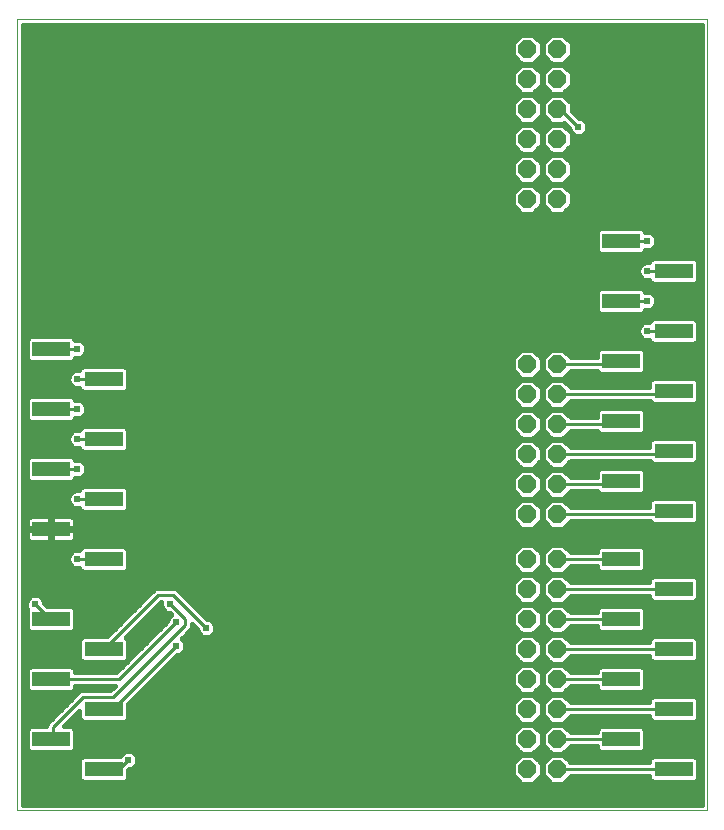
<source format=gtl>
G75*
%MOIN*%
%OFA0B0*%
%FSLAX24Y24*%
%IPPOS*%
%LPD*%
%AMOC8*
5,1,8,0,0,1.08239X$1,22.5*
%
%ADD10C,0.0000*%
%ADD11R,0.1250X0.0500*%
%ADD12OC8,0.0600*%
%ADD13C,0.0100*%
%ADD14C,0.0240*%
%ADD15C,0.0160*%
D10*
X000180Y000310D02*
X023176Y000310D01*
X023176Y026680D01*
X000180Y026680D01*
X000180Y000310D01*
D11*
X001305Y002680D03*
X001305Y004680D03*
X001305Y006680D03*
X003055Y005680D03*
X003055Y003680D03*
X003055Y001680D03*
X003055Y008680D03*
X003055Y010680D03*
X003055Y012680D03*
X003055Y014680D03*
X001305Y013680D03*
X001305Y011680D03*
X001305Y009680D03*
X001305Y015680D03*
X020305Y015280D03*
X020305Y013280D03*
X020305Y011280D03*
X022055Y010280D03*
X022055Y012280D03*
X022055Y014280D03*
X022055Y016280D03*
X022055Y018280D03*
X020305Y017280D03*
X020305Y019280D03*
X020305Y008680D03*
X020305Y006680D03*
X020305Y004680D03*
X020305Y002680D03*
X022055Y001680D03*
X022055Y003680D03*
X022055Y005680D03*
X022055Y007680D03*
D12*
X018180Y007680D03*
X018180Y006680D03*
X018180Y005680D03*
X018180Y004680D03*
X018180Y003680D03*
X018180Y002680D03*
X018180Y001680D03*
X017180Y001680D03*
X017180Y002680D03*
X017180Y003680D03*
X017180Y004680D03*
X017180Y005680D03*
X017180Y006680D03*
X017180Y007680D03*
X017180Y008680D03*
X018180Y008680D03*
X018180Y010180D03*
X018180Y011180D03*
X018180Y012180D03*
X018180Y013180D03*
X018180Y014180D03*
X018180Y015180D03*
X017180Y015180D03*
X017180Y014180D03*
X017180Y013180D03*
X017180Y012180D03*
X017180Y011180D03*
X017180Y010180D03*
X017180Y020680D03*
X017180Y021680D03*
X017180Y022680D03*
X017180Y023680D03*
X017180Y024680D03*
X017180Y025680D03*
X018180Y025680D03*
X018180Y024680D03*
X018180Y023680D03*
X018180Y022680D03*
X018180Y021680D03*
X018180Y020680D03*
D13*
X018880Y023080D02*
X018280Y023680D01*
X018180Y023680D01*
X020305Y019280D02*
X021180Y019280D01*
X021180Y018280D02*
X022055Y018280D01*
X021180Y017280D02*
X020305Y017280D01*
X021180Y016280D02*
X022055Y016280D01*
X022055Y014280D02*
X021980Y014280D01*
X021880Y014180D01*
X018180Y014180D01*
X018180Y013180D02*
X020180Y013180D01*
X020280Y013280D01*
X020305Y013280D01*
X020180Y015180D02*
X020280Y015280D01*
X020305Y015280D01*
X020180Y015180D02*
X018180Y015180D01*
X018180Y012180D02*
X021880Y012180D01*
X021980Y012280D01*
X022055Y012280D01*
X022055Y010280D02*
X021980Y010280D01*
X021880Y010180D01*
X018180Y010180D01*
X018180Y011180D02*
X020180Y011180D01*
X020280Y011280D01*
X020305Y011280D01*
X020305Y008680D02*
X018180Y008680D01*
X018180Y007680D02*
X022055Y007680D01*
X022055Y005680D02*
X018180Y005680D01*
X018180Y006680D02*
X020305Y006680D01*
X020305Y004680D02*
X018180Y004680D01*
X018180Y003680D02*
X022055Y003680D01*
X022055Y001680D02*
X018180Y001680D01*
X018180Y002680D02*
X020305Y002680D01*
X006480Y006380D02*
X005380Y007480D01*
X004880Y007480D01*
X003080Y005680D01*
X003055Y005680D01*
X003580Y004680D02*
X001305Y004680D01*
X002380Y004080D02*
X001380Y003080D01*
X001380Y002680D01*
X001305Y002680D01*
X002380Y004080D02*
X003380Y004080D01*
X005780Y006480D01*
X005780Y006680D01*
X005280Y007180D01*
X005480Y006580D02*
X003580Y004680D01*
X003380Y003680D02*
X003055Y003680D01*
X003380Y003680D02*
X005480Y005780D01*
X003055Y008680D02*
X002180Y008680D01*
X000780Y007180D02*
X001280Y006680D01*
X001305Y006680D01*
X002180Y010680D02*
X003055Y010680D01*
X002180Y011680D02*
X001305Y011680D01*
X002180Y012680D02*
X003055Y012680D01*
X002180Y013680D02*
X001305Y013680D01*
X002180Y014680D02*
X003055Y014680D01*
X002180Y015680D02*
X001305Y015680D01*
X003880Y001980D02*
X003580Y001680D01*
X003055Y001680D01*
D14*
X003880Y001980D03*
X005480Y005780D03*
X005480Y006580D03*
X005280Y007180D03*
X006480Y006380D03*
X003080Y010180D03*
X002180Y010680D03*
X002180Y011680D03*
X002180Y012680D03*
X002180Y013680D03*
X002180Y014680D03*
X002180Y015680D03*
X002180Y008680D03*
X000780Y007180D03*
X018880Y023080D03*
X021180Y019280D03*
X021180Y018280D03*
X021180Y017280D03*
X021180Y016280D03*
D15*
X020981Y016506D02*
X000360Y016506D01*
X000360Y016664D02*
X021309Y016664D01*
X021355Y016710D02*
X021250Y016605D01*
X021250Y016576D01*
X021240Y016580D01*
X021120Y016580D01*
X021010Y016534D01*
X020926Y016450D01*
X020880Y016340D01*
X020880Y016220D01*
X020926Y016110D01*
X021010Y016026D01*
X021120Y015980D01*
X021240Y015980D01*
X021250Y015984D01*
X021250Y015955D01*
X021355Y015850D01*
X022755Y015850D01*
X022860Y015955D01*
X022860Y016605D01*
X022755Y016710D01*
X021355Y016710D01*
X021242Y016981D02*
X022996Y016981D01*
X022996Y016823D02*
X000360Y016823D01*
X000360Y016981D02*
X019500Y016981D01*
X019500Y016955D02*
X019605Y016850D01*
X021005Y016850D01*
X021110Y016955D01*
X021110Y016984D01*
X021120Y016980D01*
X021240Y016980D01*
X021350Y017026D01*
X021434Y017110D01*
X021480Y017220D01*
X021480Y017340D01*
X021434Y017450D01*
X021350Y017534D01*
X021240Y017580D01*
X021120Y017580D01*
X021110Y017576D01*
X021110Y017605D01*
X021005Y017710D01*
X019605Y017710D01*
X019500Y017605D01*
X019500Y016955D01*
X019500Y017140D02*
X000360Y017140D01*
X000360Y017298D02*
X019500Y017298D01*
X019500Y017457D02*
X000360Y017457D01*
X000360Y017615D02*
X019510Y017615D01*
X019605Y018850D02*
X021005Y018850D01*
X021110Y018955D01*
X021110Y018984D01*
X021120Y018980D01*
X021240Y018980D01*
X021350Y019026D01*
X021434Y019110D01*
X021480Y019220D01*
X021480Y019340D01*
X021434Y019450D01*
X021350Y019534D01*
X021240Y019580D01*
X021120Y019580D01*
X021110Y019576D01*
X021110Y019605D01*
X021005Y019710D01*
X019605Y019710D01*
X019500Y019605D01*
X019500Y018955D01*
X019605Y018850D01*
X019572Y018883D02*
X000360Y018883D01*
X000360Y018725D02*
X022996Y018725D01*
X022996Y018883D02*
X021038Y018883D01*
X021120Y018580D02*
X021010Y018534D01*
X020926Y018450D01*
X020880Y018340D01*
X020880Y018220D01*
X020926Y018110D01*
X021010Y018026D01*
X021120Y017980D01*
X021240Y017980D01*
X021250Y017984D01*
X021250Y017955D01*
X021355Y017850D01*
X022755Y017850D01*
X022860Y017955D01*
X022860Y018605D01*
X022755Y018710D01*
X021355Y018710D01*
X021250Y018605D01*
X021250Y018576D01*
X021240Y018580D01*
X021120Y018580D01*
X021087Y018566D02*
X000360Y018566D01*
X000360Y018408D02*
X020908Y018408D01*
X020880Y018249D02*
X000360Y018249D01*
X000360Y018091D02*
X020945Y018091D01*
X021273Y017932D02*
X000360Y017932D01*
X000360Y017774D02*
X022996Y017774D01*
X022996Y017932D02*
X022837Y017932D01*
X022860Y018091D02*
X022996Y018091D01*
X022996Y018249D02*
X022860Y018249D01*
X022860Y018408D02*
X022996Y018408D01*
X022996Y018566D02*
X022860Y018566D01*
X022996Y019042D02*
X021366Y019042D01*
X021472Y019200D02*
X022996Y019200D01*
X022996Y019359D02*
X021472Y019359D01*
X021367Y019517D02*
X022996Y019517D01*
X022996Y019676D02*
X021039Y019676D01*
X019571Y019676D02*
X000360Y019676D01*
X000360Y019834D02*
X022996Y019834D01*
X022996Y019993D02*
X000360Y019993D01*
X000360Y020151D02*
X022996Y020151D01*
X022996Y020310D02*
X018488Y020310D01*
X018379Y020200D02*
X018660Y020481D01*
X018660Y020879D01*
X018379Y021160D01*
X017981Y021160D01*
X017700Y020879D01*
X017700Y020481D01*
X017981Y020200D01*
X018379Y020200D01*
X018647Y020468D02*
X022996Y020468D01*
X022996Y020627D02*
X018660Y020627D01*
X018660Y020785D02*
X022996Y020785D01*
X022996Y020944D02*
X018595Y020944D01*
X018437Y021102D02*
X022996Y021102D01*
X022996Y021261D02*
X018439Y021261D01*
X018379Y021200D02*
X018660Y021481D01*
X018660Y021879D01*
X018379Y022160D01*
X017981Y022160D01*
X017700Y021879D01*
X017700Y021481D01*
X017981Y021200D01*
X018379Y021200D01*
X018598Y021419D02*
X022996Y021419D01*
X022996Y021578D02*
X018660Y021578D01*
X018660Y021736D02*
X022996Y021736D01*
X022996Y021895D02*
X018644Y021895D01*
X018486Y022053D02*
X022996Y022053D01*
X022996Y022212D02*
X018390Y022212D01*
X018379Y022200D02*
X018660Y022481D01*
X018660Y022876D01*
X018710Y022826D01*
X018820Y022780D01*
X018940Y022780D01*
X019050Y022826D01*
X019134Y022910D01*
X019180Y023020D01*
X019180Y023140D01*
X019134Y023250D01*
X019050Y023334D01*
X018940Y023380D01*
X018905Y023380D01*
X018660Y023625D01*
X018660Y023879D01*
X018379Y024160D01*
X017981Y024160D01*
X017700Y023879D01*
X017700Y023481D01*
X017981Y023200D01*
X018379Y023200D01*
X018407Y023228D01*
X018580Y023055D01*
X018580Y023020D01*
X018623Y022915D01*
X018379Y023160D01*
X017981Y023160D01*
X017700Y022879D01*
X017700Y022481D01*
X017981Y022200D01*
X018379Y022200D01*
X018549Y022370D02*
X022996Y022370D01*
X022996Y022529D02*
X018660Y022529D01*
X018660Y022687D02*
X022996Y022687D01*
X022996Y022846D02*
X019070Y022846D01*
X019173Y023004D02*
X022996Y023004D01*
X022996Y023163D02*
X019171Y023163D01*
X019063Y023321D02*
X022996Y023321D01*
X022996Y023480D02*
X018806Y023480D01*
X018660Y023638D02*
X022996Y023638D01*
X022996Y023797D02*
X018660Y023797D01*
X018584Y023955D02*
X022996Y023955D01*
X022996Y024114D02*
X018425Y024114D01*
X018379Y024200D02*
X018660Y024481D01*
X018660Y024879D01*
X018379Y025160D01*
X017981Y025160D01*
X017700Y024879D01*
X017700Y024481D01*
X017981Y024200D01*
X018379Y024200D01*
X018451Y024272D02*
X022996Y024272D01*
X022996Y024431D02*
X018609Y024431D01*
X018660Y024589D02*
X022996Y024589D01*
X022996Y024748D02*
X018660Y024748D01*
X018633Y024906D02*
X022996Y024906D01*
X022996Y025065D02*
X018474Y025065D01*
X018379Y025200D02*
X018660Y025481D01*
X018660Y025879D01*
X018379Y026160D01*
X017981Y026160D01*
X017700Y025879D01*
X017700Y025481D01*
X017981Y025200D01*
X018379Y025200D01*
X018402Y025223D02*
X022996Y025223D01*
X022996Y025382D02*
X018560Y025382D01*
X018660Y025540D02*
X022996Y025540D01*
X022996Y025699D02*
X018660Y025699D01*
X018660Y025857D02*
X022996Y025857D01*
X022996Y026016D02*
X018523Y026016D01*
X017837Y026016D02*
X017523Y026016D01*
X017660Y025879D02*
X017379Y026160D01*
X016981Y026160D01*
X016700Y025879D01*
X016700Y025481D01*
X016981Y025200D01*
X017379Y025200D01*
X017660Y025481D01*
X017660Y025879D01*
X017660Y025857D02*
X017700Y025857D01*
X017700Y025699D02*
X017660Y025699D01*
X017660Y025540D02*
X017700Y025540D01*
X017800Y025382D02*
X017560Y025382D01*
X017402Y025223D02*
X017958Y025223D01*
X017886Y025065D02*
X017474Y025065D01*
X017379Y025160D02*
X016981Y025160D01*
X016700Y024879D01*
X016700Y024481D01*
X016981Y024200D01*
X017379Y024200D01*
X017660Y024481D01*
X017660Y024879D01*
X017379Y025160D01*
X017633Y024906D02*
X017727Y024906D01*
X017700Y024748D02*
X017660Y024748D01*
X017660Y024589D02*
X017700Y024589D01*
X017751Y024431D02*
X017609Y024431D01*
X017451Y024272D02*
X017909Y024272D01*
X017935Y024114D02*
X017425Y024114D01*
X017379Y024160D02*
X016981Y024160D01*
X016700Y023879D01*
X016700Y023481D01*
X016981Y023200D01*
X017379Y023200D01*
X017660Y023481D01*
X017660Y023879D01*
X017379Y024160D01*
X017584Y023955D02*
X017776Y023955D01*
X017700Y023797D02*
X017660Y023797D01*
X017660Y023638D02*
X017700Y023638D01*
X017702Y023480D02*
X017658Y023480D01*
X017500Y023321D02*
X017860Y023321D01*
X017825Y023004D02*
X017535Y023004D01*
X017660Y022879D02*
X017379Y023160D01*
X016981Y023160D01*
X016700Y022879D01*
X016700Y022481D01*
X016981Y022200D01*
X017379Y022200D01*
X017660Y022481D01*
X017660Y022879D01*
X017660Y022846D02*
X017700Y022846D01*
X017700Y022687D02*
X017660Y022687D01*
X017660Y022529D02*
X017700Y022529D01*
X017811Y022370D02*
X017549Y022370D01*
X017390Y022212D02*
X017970Y022212D01*
X017874Y022053D02*
X017486Y022053D01*
X017379Y022160D02*
X016981Y022160D01*
X016700Y021879D01*
X016700Y021481D01*
X016981Y021200D01*
X017379Y021200D01*
X017660Y021481D01*
X017660Y021879D01*
X017379Y022160D01*
X017644Y021895D02*
X017716Y021895D01*
X017700Y021736D02*
X017660Y021736D01*
X017660Y021578D02*
X017700Y021578D01*
X017762Y021419D02*
X017598Y021419D01*
X017439Y021261D02*
X017921Y021261D01*
X017923Y021102D02*
X017437Y021102D01*
X017379Y021160D02*
X016981Y021160D01*
X016700Y020879D01*
X016700Y020481D01*
X016981Y020200D01*
X017379Y020200D01*
X017660Y020481D01*
X017660Y020879D01*
X017379Y021160D01*
X017595Y020944D02*
X017765Y020944D01*
X017700Y020785D02*
X017660Y020785D01*
X017660Y020627D02*
X017700Y020627D01*
X017713Y020468D02*
X017647Y020468D01*
X017488Y020310D02*
X017872Y020310D01*
X016872Y020310D02*
X000360Y020310D01*
X000360Y020468D02*
X016713Y020468D01*
X016700Y020627D02*
X000360Y020627D01*
X000360Y020785D02*
X016700Y020785D01*
X016765Y020944D02*
X000360Y020944D01*
X000360Y021102D02*
X016923Y021102D01*
X016921Y021261D02*
X000360Y021261D01*
X000360Y021419D02*
X016762Y021419D01*
X016700Y021578D02*
X000360Y021578D01*
X000360Y021736D02*
X016700Y021736D01*
X016716Y021895D02*
X000360Y021895D01*
X000360Y022053D02*
X016874Y022053D01*
X016970Y022212D02*
X000360Y022212D01*
X000360Y022370D02*
X016811Y022370D01*
X016700Y022529D02*
X000360Y022529D01*
X000360Y022687D02*
X016700Y022687D01*
X016700Y022846D02*
X000360Y022846D01*
X000360Y023004D02*
X016825Y023004D01*
X016860Y023321D02*
X000360Y023321D01*
X000360Y023163D02*
X018472Y023163D01*
X018535Y023004D02*
X018587Y023004D01*
X018660Y022846D02*
X018690Y022846D01*
X016935Y024114D02*
X000360Y024114D01*
X000360Y024272D02*
X016909Y024272D01*
X016751Y024431D02*
X000360Y024431D01*
X000360Y024589D02*
X016700Y024589D01*
X016700Y024748D02*
X000360Y024748D01*
X000360Y024906D02*
X016727Y024906D01*
X016886Y025065D02*
X000360Y025065D01*
X000360Y025223D02*
X016958Y025223D01*
X016800Y025382D02*
X000360Y025382D01*
X000360Y025540D02*
X016700Y025540D01*
X016700Y025699D02*
X000360Y025699D01*
X000360Y025857D02*
X016700Y025857D01*
X016837Y026016D02*
X000360Y026016D01*
X000360Y026174D02*
X022996Y026174D01*
X022996Y026333D02*
X000360Y026333D01*
X000360Y026491D02*
X022996Y026491D01*
X022996Y026500D02*
X022996Y000490D01*
X000360Y000490D01*
X000360Y026500D01*
X022996Y026500D01*
X019500Y019517D02*
X000360Y019517D01*
X000360Y019359D02*
X019500Y019359D01*
X019500Y019200D02*
X000360Y019200D01*
X000360Y019042D02*
X019500Y019042D01*
X021100Y017615D02*
X022996Y017615D01*
X022996Y017457D02*
X021428Y017457D01*
X021480Y017298D02*
X022996Y017298D01*
X022996Y017140D02*
X021447Y017140D01*
X021118Y016981D02*
X021110Y016981D01*
X020883Y016347D02*
X000360Y016347D01*
X000360Y016189D02*
X020893Y016189D01*
X021006Y016030D02*
X002085Y016030D01*
X002110Y016005D02*
X002005Y016110D01*
X000605Y016110D01*
X000500Y016005D01*
X000500Y015355D01*
X000605Y015250D01*
X002005Y015250D01*
X002110Y015355D01*
X002110Y015384D01*
X002120Y015380D01*
X002240Y015380D01*
X002350Y015426D01*
X002434Y015510D01*
X002480Y015620D01*
X002480Y015740D01*
X002434Y015850D01*
X002350Y015934D01*
X002240Y015980D01*
X002120Y015980D01*
X002110Y015976D01*
X002110Y016005D01*
X002413Y015872D02*
X021334Y015872D01*
X021110Y015605D02*
X021005Y015710D01*
X019605Y015710D01*
X019500Y015605D01*
X019500Y015410D01*
X018629Y015410D01*
X018379Y015660D01*
X017981Y015660D01*
X017700Y015379D01*
X017700Y014981D01*
X017981Y014700D01*
X018379Y014700D01*
X018629Y014950D01*
X019505Y014950D01*
X019605Y014850D01*
X021005Y014850D01*
X021110Y014955D01*
X021110Y015605D01*
X021110Y015555D02*
X022996Y015555D01*
X022996Y015713D02*
X002480Y015713D01*
X002453Y015555D02*
X016876Y015555D01*
X016981Y015660D02*
X016700Y015379D01*
X016700Y014981D01*
X016981Y014700D01*
X017379Y014700D01*
X017660Y014981D01*
X017660Y015379D01*
X017379Y015660D01*
X016981Y015660D01*
X016717Y015396D02*
X002278Y015396D01*
X002355Y015110D02*
X002250Y015005D01*
X002250Y014976D01*
X002240Y014980D01*
X002120Y014980D01*
X002010Y014934D01*
X001926Y014850D01*
X001880Y014740D01*
X001880Y014620D01*
X001926Y014510D01*
X002010Y014426D01*
X002120Y014380D01*
X002240Y014380D01*
X002250Y014384D01*
X002250Y014355D01*
X002355Y014250D01*
X003755Y014250D01*
X003860Y014355D01*
X003860Y015005D01*
X003755Y015110D01*
X002355Y015110D01*
X002324Y015079D02*
X000360Y015079D01*
X000360Y014921D02*
X001996Y014921D01*
X001889Y014762D02*
X000360Y014762D01*
X000360Y014604D02*
X001887Y014604D01*
X001991Y014445D02*
X000360Y014445D01*
X000360Y014287D02*
X002319Y014287D01*
X002240Y013980D02*
X002120Y013980D01*
X002110Y013976D01*
X002110Y014005D01*
X002005Y014110D01*
X000605Y014110D01*
X000500Y014005D01*
X000500Y013355D01*
X000605Y013250D01*
X002005Y013250D01*
X002110Y013355D01*
X002110Y013384D01*
X002120Y013380D01*
X002240Y013380D01*
X002350Y013426D01*
X002434Y013510D01*
X002480Y013620D01*
X002480Y013740D01*
X002434Y013850D01*
X002350Y013934D01*
X002240Y013980D01*
X002265Y013970D02*
X016712Y013970D01*
X016700Y013981D02*
X016981Y013700D01*
X017379Y013700D01*
X017660Y013981D01*
X017660Y014379D01*
X017379Y014660D01*
X016981Y014660D01*
X016700Y014379D01*
X016700Y013981D01*
X016700Y014128D02*
X000360Y014128D01*
X000360Y013970D02*
X000500Y013970D01*
X000500Y013811D02*
X000360Y013811D01*
X000360Y013653D02*
X000500Y013653D01*
X000500Y013494D02*
X000360Y013494D01*
X000360Y013336D02*
X000520Y013336D01*
X000360Y013177D02*
X016700Y013177D01*
X016700Y013019D02*
X003846Y013019D01*
X003860Y013005D02*
X003755Y013110D01*
X002355Y013110D01*
X002250Y013005D01*
X002250Y012976D01*
X002240Y012980D01*
X002120Y012980D01*
X002010Y012934D01*
X001926Y012850D01*
X001880Y012740D01*
X001880Y012620D01*
X001926Y012510D01*
X002010Y012426D01*
X002120Y012380D01*
X002240Y012380D01*
X002250Y012384D01*
X002250Y012355D01*
X002355Y012250D01*
X003755Y012250D01*
X003860Y012355D01*
X003860Y013005D01*
X003860Y012860D02*
X016821Y012860D01*
X016700Y012981D02*
X016981Y012700D01*
X017379Y012700D01*
X017660Y012981D01*
X017660Y013379D01*
X017379Y013660D01*
X016981Y013660D01*
X016700Y013379D01*
X016700Y012981D01*
X016700Y013336D02*
X002090Y013336D01*
X002264Y013019D02*
X000360Y013019D01*
X000360Y012860D02*
X001936Y012860D01*
X001880Y012702D02*
X000360Y012702D01*
X000360Y012543D02*
X001912Y012543D01*
X002109Y012385D02*
X000360Y012385D01*
X000360Y012226D02*
X016700Y012226D01*
X016700Y012379D02*
X016700Y011981D01*
X016981Y011700D01*
X017379Y011700D01*
X017660Y011981D01*
X017660Y012379D01*
X017379Y012660D01*
X016981Y012660D01*
X016700Y012379D01*
X016706Y012385D02*
X003860Y012385D01*
X003860Y012543D02*
X016864Y012543D01*
X016980Y012702D02*
X003860Y012702D01*
X003791Y014287D02*
X016700Y014287D01*
X016766Y014445D02*
X003860Y014445D01*
X003860Y014604D02*
X016925Y014604D01*
X016919Y014762D02*
X003860Y014762D01*
X003860Y014921D02*
X016761Y014921D01*
X016700Y015079D02*
X003786Y015079D01*
X002450Y013811D02*
X016870Y013811D01*
X016974Y013653D02*
X002480Y013653D01*
X002418Y013494D02*
X016815Y013494D01*
X017386Y013653D02*
X017974Y013653D01*
X017981Y013660D02*
X017700Y013379D01*
X017700Y012981D01*
X017981Y012700D01*
X018379Y012700D01*
X018629Y012950D01*
X019505Y012950D01*
X019605Y012850D01*
X021005Y012850D01*
X021110Y012955D01*
X021110Y013605D01*
X021005Y013710D01*
X019605Y013710D01*
X019500Y013605D01*
X019500Y013410D01*
X018629Y013410D01*
X018379Y013660D01*
X017981Y013660D01*
X017981Y013700D02*
X018379Y013700D01*
X018629Y013950D01*
X021255Y013950D01*
X021355Y013850D01*
X022755Y013850D01*
X022860Y013955D01*
X022860Y014605D01*
X022755Y014710D01*
X021355Y014710D01*
X021250Y014605D01*
X021250Y014410D01*
X018629Y014410D01*
X018379Y014660D01*
X017981Y014660D01*
X017700Y014379D01*
X017700Y013981D01*
X017981Y013700D01*
X017870Y013811D02*
X017490Y013811D01*
X017648Y013970D02*
X017712Y013970D01*
X017700Y014128D02*
X017660Y014128D01*
X017660Y014287D02*
X017700Y014287D01*
X017766Y014445D02*
X017594Y014445D01*
X017435Y014604D02*
X017925Y014604D01*
X017919Y014762D02*
X017441Y014762D01*
X017599Y014921D02*
X017761Y014921D01*
X017700Y015079D02*
X017660Y015079D01*
X017660Y015238D02*
X017700Y015238D01*
X017717Y015396D02*
X017643Y015396D01*
X017484Y015555D02*
X017876Y015555D01*
X018484Y015555D02*
X019500Y015555D01*
X019535Y014921D02*
X018599Y014921D01*
X018441Y014762D02*
X022996Y014762D01*
X022996Y014604D02*
X022860Y014604D01*
X022860Y014445D02*
X022996Y014445D01*
X022996Y014287D02*
X022860Y014287D01*
X022860Y014128D02*
X022996Y014128D01*
X022996Y013970D02*
X022860Y013970D01*
X022996Y013811D02*
X018490Y013811D01*
X018386Y013653D02*
X019548Y013653D01*
X019500Y013494D02*
X018545Y013494D01*
X018539Y012860D02*
X019595Y012860D01*
X018629Y012410D02*
X018379Y012660D01*
X017981Y012660D01*
X017700Y012379D01*
X017700Y011981D01*
X017981Y011700D01*
X018379Y011700D01*
X018629Y011950D01*
X021255Y011950D01*
X021355Y011850D01*
X022755Y011850D01*
X022860Y011955D01*
X022860Y012605D01*
X022755Y012710D01*
X021355Y012710D01*
X021250Y012605D01*
X021250Y012410D01*
X018629Y012410D01*
X018496Y012543D02*
X021250Y012543D01*
X021347Y012702D02*
X018380Y012702D01*
X017980Y012702D02*
X017380Y012702D01*
X017496Y012543D02*
X017864Y012543D01*
X017706Y012385D02*
X017654Y012385D01*
X017660Y012226D02*
X017700Y012226D01*
X017700Y012068D02*
X017660Y012068D01*
X017588Y011909D02*
X017772Y011909D01*
X017931Y011751D02*
X017429Y011751D01*
X017379Y011660D02*
X016981Y011660D01*
X016700Y011379D01*
X016700Y010981D01*
X016981Y010700D01*
X017379Y010700D01*
X017660Y010981D01*
X017660Y011379D01*
X017379Y011660D01*
X017447Y011592D02*
X017913Y011592D01*
X017981Y011660D02*
X017700Y011379D01*
X017700Y010981D01*
X017981Y010700D01*
X018379Y010700D01*
X018629Y010950D01*
X019505Y010950D01*
X019605Y010850D01*
X021005Y010850D01*
X021110Y010955D01*
X021110Y011605D01*
X021005Y011710D01*
X019605Y011710D01*
X019500Y011605D01*
X019500Y011410D01*
X018629Y011410D01*
X018379Y011660D01*
X017981Y011660D01*
X017755Y011434D02*
X017605Y011434D01*
X017660Y011275D02*
X017700Y011275D01*
X017700Y011117D02*
X017660Y011117D01*
X017637Y010958D02*
X017723Y010958D01*
X017882Y010800D02*
X017478Y010800D01*
X017379Y010660D02*
X016981Y010660D01*
X016700Y010379D01*
X016700Y009981D01*
X016981Y009700D01*
X017379Y009700D01*
X017660Y009981D01*
X017660Y010379D01*
X017379Y010660D01*
X017398Y010641D02*
X017962Y010641D01*
X017981Y010660D02*
X017700Y010379D01*
X017700Y009981D01*
X017981Y009700D01*
X018379Y009700D01*
X018629Y009950D01*
X021255Y009950D01*
X021355Y009850D01*
X022755Y009850D01*
X022860Y009955D01*
X022860Y010605D01*
X022755Y010710D01*
X021355Y010710D01*
X021250Y010605D01*
X021250Y010410D01*
X018629Y010410D01*
X018379Y010660D01*
X017981Y010660D01*
X017804Y010483D02*
X017556Y010483D01*
X017660Y010324D02*
X017700Y010324D01*
X017700Y010166D02*
X017660Y010166D01*
X017660Y010007D02*
X017700Y010007D01*
X017833Y009849D02*
X017527Y009849D01*
X017379Y009160D02*
X016981Y009160D01*
X016700Y008879D01*
X016700Y008481D01*
X016981Y008200D01*
X017379Y008200D01*
X017660Y008481D01*
X017660Y008879D01*
X017379Y009160D01*
X017483Y009056D02*
X017877Y009056D01*
X017981Y009160D02*
X017700Y008879D01*
X017700Y008481D01*
X017981Y008200D01*
X018379Y008200D01*
X018629Y008450D01*
X019500Y008450D01*
X019500Y008355D01*
X019605Y008250D01*
X021005Y008250D01*
X021110Y008355D01*
X021110Y009005D01*
X021005Y009110D01*
X019605Y009110D01*
X019500Y009005D01*
X019500Y008910D01*
X018629Y008910D01*
X018379Y009160D01*
X017981Y009160D01*
X017719Y008898D02*
X017641Y008898D01*
X017660Y008739D02*
X017700Y008739D01*
X017700Y008581D02*
X017660Y008581D01*
X017601Y008422D02*
X017759Y008422D01*
X017918Y008264D02*
X017442Y008264D01*
X017379Y008160D02*
X016981Y008160D01*
X016700Y007879D01*
X016700Y007481D01*
X016981Y007200D01*
X017379Y007200D01*
X017660Y007481D01*
X017660Y007879D01*
X017379Y008160D01*
X017434Y008105D02*
X017926Y008105D01*
X017981Y008160D02*
X017700Y007879D01*
X017700Y007481D01*
X017981Y007200D01*
X018379Y007200D01*
X018629Y007450D01*
X021250Y007450D01*
X021250Y007355D01*
X021355Y007250D01*
X022755Y007250D01*
X022860Y007355D01*
X022860Y008005D01*
X022755Y008110D01*
X021355Y008110D01*
X021250Y008005D01*
X021250Y007910D01*
X018629Y007910D01*
X018379Y008160D01*
X017981Y008160D01*
X017768Y007947D02*
X017592Y007947D01*
X017660Y007788D02*
X017700Y007788D01*
X017700Y007630D02*
X017660Y007630D01*
X017650Y007471D02*
X017710Y007471D01*
X017869Y007313D02*
X017491Y007313D01*
X017379Y007160D02*
X016981Y007160D01*
X016700Y006879D01*
X016700Y006481D01*
X016981Y006200D01*
X017379Y006200D01*
X017660Y006481D01*
X017660Y006879D01*
X017379Y007160D01*
X017385Y007154D02*
X017975Y007154D01*
X017981Y007160D02*
X017700Y006879D01*
X017700Y006481D01*
X017981Y006200D01*
X018379Y006200D01*
X018629Y006450D01*
X019500Y006450D01*
X019500Y006355D01*
X019605Y006250D01*
X021005Y006250D01*
X021110Y006355D01*
X021110Y007005D01*
X021005Y007110D01*
X019605Y007110D01*
X019500Y007005D01*
X019500Y006910D01*
X018629Y006910D01*
X018379Y007160D01*
X017981Y007160D01*
X017817Y006996D02*
X017543Y006996D01*
X017660Y006837D02*
X017700Y006837D01*
X017700Y006679D02*
X017660Y006679D01*
X017660Y006520D02*
X017700Y006520D01*
X017820Y006362D02*
X017540Y006362D01*
X017382Y006203D02*
X017978Y006203D01*
X017981Y006160D02*
X017700Y005879D01*
X017700Y005481D01*
X017981Y005200D01*
X018379Y005200D01*
X018629Y005450D01*
X021250Y005450D01*
X021250Y005355D01*
X021355Y005250D01*
X022755Y005250D01*
X022860Y005355D01*
X022860Y006005D01*
X022755Y006110D01*
X021355Y006110D01*
X021250Y006005D01*
X021250Y005910D01*
X018629Y005910D01*
X018379Y006160D01*
X017981Y006160D01*
X017866Y006045D02*
X017494Y006045D01*
X017379Y006160D02*
X016981Y006160D01*
X016700Y005879D01*
X016700Y005481D01*
X016981Y005200D01*
X017379Y005200D01*
X017660Y005481D01*
X017660Y005879D01*
X017379Y006160D01*
X017653Y005886D02*
X017707Y005886D01*
X017700Y005728D02*
X017660Y005728D01*
X017660Y005569D02*
X017700Y005569D01*
X017771Y005411D02*
X017589Y005411D01*
X017431Y005252D02*
X017929Y005252D01*
X017981Y005160D02*
X017700Y004879D01*
X017700Y004481D01*
X017981Y004200D01*
X018379Y004200D01*
X018629Y004450D01*
X019500Y004450D01*
X019500Y004355D01*
X019605Y004250D01*
X021005Y004250D01*
X021110Y004355D01*
X021110Y005005D01*
X021005Y005110D01*
X019605Y005110D01*
X019500Y005005D01*
X019500Y004910D01*
X018629Y004910D01*
X018379Y005160D01*
X017981Y005160D01*
X017915Y005094D02*
X017445Y005094D01*
X017379Y005160D02*
X016981Y005160D01*
X016700Y004879D01*
X016700Y004481D01*
X016981Y004200D01*
X017379Y004200D01*
X017660Y004481D01*
X017660Y004879D01*
X017379Y005160D01*
X017604Y004935D02*
X017756Y004935D01*
X017700Y004777D02*
X017660Y004777D01*
X017660Y004618D02*
X017700Y004618D01*
X017722Y004460D02*
X017638Y004460D01*
X017480Y004301D02*
X017880Y004301D01*
X017981Y004160D02*
X017700Y003879D01*
X017700Y003481D01*
X017981Y003200D01*
X018379Y003200D01*
X018629Y003450D01*
X021250Y003450D01*
X021250Y003355D01*
X021355Y003250D01*
X022755Y003250D01*
X022860Y003355D01*
X022860Y004005D01*
X022755Y004110D01*
X021355Y004110D01*
X021250Y004005D01*
X021250Y003910D01*
X018629Y003910D01*
X018379Y004160D01*
X017981Y004160D01*
X017964Y004143D02*
X017396Y004143D01*
X017379Y004160D02*
X016981Y004160D01*
X016700Y003879D01*
X016700Y003481D01*
X016981Y003200D01*
X017379Y003200D01*
X017660Y003481D01*
X017660Y003879D01*
X017379Y004160D01*
X017555Y003984D02*
X017805Y003984D01*
X017700Y003826D02*
X017660Y003826D01*
X017660Y003667D02*
X017700Y003667D01*
X017700Y003509D02*
X017660Y003509D01*
X017529Y003350D02*
X017831Y003350D01*
X017981Y003160D02*
X017700Y002879D01*
X017700Y002481D01*
X017981Y002200D01*
X018379Y002200D01*
X018629Y002450D01*
X019500Y002450D01*
X019500Y002355D01*
X019605Y002250D01*
X021005Y002250D01*
X021110Y002355D01*
X021110Y003005D01*
X021005Y003110D01*
X019605Y003110D01*
X019500Y003005D01*
X019500Y002910D01*
X018629Y002910D01*
X018379Y003160D01*
X017981Y003160D01*
X017854Y003033D02*
X017506Y003033D01*
X017379Y003160D02*
X016981Y003160D01*
X016700Y002879D01*
X016700Y002481D01*
X016981Y002200D01*
X017379Y002200D01*
X017660Y002481D01*
X017660Y002879D01*
X017379Y003160D01*
X017660Y002875D02*
X017700Y002875D01*
X017700Y002716D02*
X017660Y002716D01*
X017660Y002558D02*
X017700Y002558D01*
X017782Y002399D02*
X017578Y002399D01*
X017419Y002241D02*
X017941Y002241D01*
X017981Y002160D02*
X017700Y001879D01*
X017700Y001481D01*
X017981Y001200D01*
X018379Y001200D01*
X018629Y001450D01*
X021250Y001450D01*
X021250Y001355D01*
X021355Y001250D01*
X022755Y001250D01*
X022860Y001355D01*
X022860Y002005D01*
X022755Y002110D01*
X021355Y002110D01*
X021250Y002005D01*
X021250Y001910D01*
X018629Y001910D01*
X018379Y002160D01*
X017981Y002160D01*
X017903Y002082D02*
X017457Y002082D01*
X017379Y002160D02*
X016981Y002160D01*
X016700Y001879D01*
X016700Y001481D01*
X016981Y001200D01*
X017379Y001200D01*
X017660Y001481D01*
X017660Y001879D01*
X017379Y002160D01*
X017615Y001924D02*
X017745Y001924D01*
X017700Y001765D02*
X017660Y001765D01*
X017660Y001607D02*
X017700Y001607D01*
X017733Y001448D02*
X017627Y001448D01*
X017468Y001290D02*
X017892Y001290D01*
X018468Y001290D02*
X021316Y001290D01*
X021250Y001448D02*
X018627Y001448D01*
X018615Y001924D02*
X021250Y001924D01*
X021327Y002082D02*
X018457Y002082D01*
X018419Y002241D02*
X022996Y002241D01*
X022996Y002399D02*
X021110Y002399D01*
X021110Y002558D02*
X022996Y002558D01*
X022996Y002716D02*
X021110Y002716D01*
X021110Y002875D02*
X022996Y002875D01*
X022996Y003033D02*
X021082Y003033D01*
X021255Y003350D02*
X018529Y003350D01*
X018506Y003033D02*
X019528Y003033D01*
X019500Y002399D02*
X018578Y002399D01*
X018555Y003984D02*
X021250Y003984D01*
X021056Y004301D02*
X022996Y004301D01*
X022996Y004143D02*
X018396Y004143D01*
X018480Y004301D02*
X019554Y004301D01*
X019500Y004935D02*
X018604Y004935D01*
X018445Y005094D02*
X019589Y005094D01*
X018589Y005411D02*
X021250Y005411D01*
X021353Y005252D02*
X018431Y005252D01*
X018494Y006045D02*
X021290Y006045D01*
X021110Y006362D02*
X022996Y006362D01*
X022996Y006520D02*
X021110Y006520D01*
X021110Y006679D02*
X022996Y006679D01*
X022996Y006837D02*
X021110Y006837D01*
X021110Y006996D02*
X022996Y006996D01*
X022996Y007154D02*
X018385Y007154D01*
X018491Y007313D02*
X021293Y007313D01*
X021250Y007947D02*
X018592Y007947D01*
X018434Y008105D02*
X021350Y008105D01*
X021110Y008422D02*
X022996Y008422D01*
X022996Y008264D02*
X021018Y008264D01*
X021110Y008581D02*
X022996Y008581D01*
X022996Y008739D02*
X021110Y008739D01*
X021110Y008898D02*
X022996Y008898D01*
X022996Y009056D02*
X021059Y009056D01*
X021250Y010483D02*
X018556Y010483D01*
X018398Y010641D02*
X021286Y010641D01*
X021110Y010958D02*
X022996Y010958D01*
X022996Y010800D02*
X018478Y010800D01*
X018605Y011434D02*
X019500Y011434D01*
X019500Y011592D02*
X018447Y011592D01*
X018429Y011751D02*
X022996Y011751D01*
X022996Y011909D02*
X022814Y011909D01*
X022860Y012068D02*
X022996Y012068D01*
X022996Y012226D02*
X022860Y012226D01*
X022860Y012385D02*
X022996Y012385D01*
X022996Y012543D02*
X022860Y012543D01*
X022763Y012702D02*
X022996Y012702D01*
X022996Y012860D02*
X021015Y012860D01*
X021110Y013019D02*
X022996Y013019D01*
X022996Y013177D02*
X021110Y013177D01*
X021110Y013336D02*
X022996Y013336D01*
X022996Y013494D02*
X021110Y013494D01*
X021062Y013653D02*
X022996Y013653D01*
X022996Y014921D02*
X021075Y014921D01*
X021110Y015079D02*
X022996Y015079D01*
X022996Y015238D02*
X021110Y015238D01*
X021110Y015396D02*
X022996Y015396D01*
X022996Y015872D02*
X022776Y015872D01*
X022860Y016030D02*
X022996Y016030D01*
X022996Y016189D02*
X022860Y016189D01*
X022860Y016347D02*
X022996Y016347D01*
X022996Y016506D02*
X022860Y016506D01*
X022801Y016664D02*
X022996Y016664D01*
X021250Y014604D02*
X018435Y014604D01*
X018594Y014445D02*
X021250Y014445D01*
X021296Y011909D02*
X018588Y011909D01*
X017821Y012860D02*
X017539Y012860D01*
X017660Y013019D02*
X017700Y013019D01*
X017700Y013177D02*
X017660Y013177D01*
X017660Y013336D02*
X017700Y013336D01*
X017815Y013494D02*
X017545Y013494D01*
X016700Y012068D02*
X002047Y012068D01*
X002005Y012110D02*
X000605Y012110D01*
X000500Y012005D01*
X000500Y011355D01*
X000605Y011250D01*
X002005Y011250D01*
X002110Y011355D01*
X002110Y011384D01*
X002120Y011380D01*
X002240Y011380D01*
X002350Y011426D01*
X002434Y011510D01*
X002480Y011620D01*
X002480Y011740D01*
X002434Y011850D01*
X002350Y011934D01*
X002240Y011980D01*
X002120Y011980D01*
X002110Y011976D01*
X002110Y012005D01*
X002005Y012110D01*
X002375Y011909D02*
X016772Y011909D01*
X016931Y011751D02*
X002476Y011751D01*
X002468Y011592D02*
X016913Y011592D01*
X016755Y011434D02*
X002358Y011434D01*
X002355Y011110D02*
X002250Y011005D01*
X002250Y010976D01*
X002240Y010980D01*
X002120Y010980D01*
X002010Y010934D01*
X001926Y010850D01*
X001880Y010740D01*
X001880Y010620D01*
X001926Y010510D01*
X002010Y010426D01*
X002120Y010380D01*
X002240Y010380D01*
X002250Y010384D01*
X002250Y010355D01*
X002355Y010250D01*
X003755Y010250D01*
X003860Y010355D01*
X003860Y011005D01*
X003755Y011110D01*
X002355Y011110D01*
X002067Y010958D02*
X000360Y010958D01*
X000360Y010800D02*
X001905Y010800D01*
X001880Y010641D02*
X000360Y010641D01*
X000360Y010483D02*
X001953Y010483D01*
X002281Y010324D02*
X000360Y010324D01*
X000360Y010166D02*
X016700Y010166D01*
X016700Y010324D02*
X003829Y010324D01*
X003860Y010483D02*
X016804Y010483D01*
X016962Y010641D02*
X003860Y010641D01*
X003860Y010800D02*
X016882Y010800D01*
X016723Y010958D02*
X003860Y010958D01*
X003755Y009110D02*
X002355Y009110D01*
X002250Y009005D01*
X002250Y008976D01*
X002240Y008980D01*
X002120Y008980D01*
X002010Y008934D01*
X001926Y008850D01*
X001880Y008740D01*
X001880Y008620D01*
X001926Y008510D01*
X002010Y008426D01*
X002120Y008380D01*
X002240Y008380D01*
X002250Y008384D01*
X002250Y008355D01*
X002355Y008250D01*
X003755Y008250D01*
X003860Y008355D01*
X003860Y009005D01*
X003755Y009110D01*
X003809Y009056D02*
X016877Y009056D01*
X016719Y008898D02*
X003860Y008898D01*
X003860Y008739D02*
X016700Y008739D01*
X016700Y008581D02*
X003860Y008581D01*
X003860Y008422D02*
X016759Y008422D01*
X016918Y008264D02*
X003768Y008264D01*
X004546Y007471D02*
X000861Y007471D01*
X000840Y007480D02*
X000720Y007480D01*
X000610Y007434D01*
X000526Y007350D01*
X000480Y007240D01*
X000480Y007120D01*
X000520Y007024D01*
X000500Y007005D01*
X000500Y006355D01*
X000605Y006250D01*
X002005Y006250D01*
X002110Y006355D01*
X002110Y007005D01*
X002005Y007110D01*
X001175Y007110D01*
X001080Y007205D01*
X001080Y007240D01*
X001034Y007350D01*
X000950Y007434D01*
X000840Y007480D01*
X000699Y007471D02*
X000360Y007471D01*
X000360Y007313D02*
X000510Y007313D01*
X000480Y007154D02*
X000360Y007154D01*
X000360Y006996D02*
X000500Y006996D01*
X000500Y006837D02*
X000360Y006837D01*
X000360Y006679D02*
X000500Y006679D01*
X000500Y006520D02*
X000360Y006520D01*
X000360Y006362D02*
X000500Y006362D01*
X000360Y006203D02*
X003278Y006203D01*
X003185Y006110D02*
X002355Y006110D01*
X002250Y006005D01*
X002250Y005355D01*
X002355Y005250D01*
X003755Y005250D01*
X003860Y005355D01*
X003860Y006005D01*
X003795Y006070D01*
X004975Y007250D01*
X004984Y007250D01*
X004980Y007240D01*
X004980Y007120D01*
X005026Y007010D01*
X005110Y006926D01*
X005220Y006880D01*
X005255Y006880D01*
X005305Y006829D01*
X005226Y006750D01*
X005180Y006640D01*
X005180Y006605D01*
X003485Y004910D01*
X002110Y004910D01*
X002110Y005005D01*
X002005Y005110D01*
X000605Y005110D01*
X000500Y005005D01*
X000500Y004355D01*
X000605Y004250D01*
X002005Y004250D01*
X002110Y004355D01*
X002110Y004450D01*
X003425Y004450D01*
X003285Y004310D01*
X002285Y004310D01*
X001285Y003310D01*
X001150Y003175D01*
X001150Y003110D01*
X000605Y003110D01*
X000500Y003005D01*
X000500Y002355D01*
X000605Y002250D01*
X002005Y002250D01*
X002110Y002355D01*
X002110Y003005D01*
X002005Y003110D01*
X001735Y003110D01*
X002250Y003625D01*
X002250Y003355D01*
X002355Y003250D01*
X003755Y003250D01*
X003860Y003355D01*
X003860Y003835D01*
X005505Y005480D01*
X005540Y005480D01*
X005650Y005526D01*
X005734Y005610D01*
X005780Y005720D01*
X005780Y005840D01*
X005734Y005950D01*
X005655Y006029D01*
X006010Y006385D01*
X006010Y006525D01*
X006180Y006355D01*
X006180Y006320D01*
X006226Y006210D01*
X006310Y006126D01*
X006420Y006080D01*
X006540Y006080D01*
X006650Y006126D01*
X006734Y006210D01*
X006780Y006320D01*
X006780Y006440D01*
X006734Y006550D01*
X006650Y006634D01*
X006540Y006680D01*
X006505Y006680D01*
X005610Y007575D01*
X005475Y007710D01*
X004785Y007710D01*
X003185Y006110D01*
X003436Y006362D02*
X002110Y006362D01*
X002110Y006520D02*
X003595Y006520D01*
X003753Y006679D02*
X002110Y006679D01*
X002110Y006837D02*
X003912Y006837D01*
X004070Y006996D02*
X002110Y006996D01*
X002290Y006045D02*
X000360Y006045D01*
X000360Y005886D02*
X002250Y005886D01*
X002250Y005728D02*
X000360Y005728D01*
X000360Y005569D02*
X002250Y005569D01*
X002250Y005411D02*
X000360Y005411D01*
X000360Y005252D02*
X002353Y005252D01*
X002110Y004935D02*
X003510Y004935D01*
X003668Y005094D02*
X002021Y005094D01*
X002056Y004301D02*
X002276Y004301D01*
X002117Y004143D02*
X000360Y004143D01*
X000360Y004301D02*
X000554Y004301D01*
X000500Y004460D02*
X000360Y004460D01*
X000360Y004618D02*
X000500Y004618D01*
X000500Y004777D02*
X000360Y004777D01*
X000360Y004935D02*
X000500Y004935D01*
X000589Y005094D02*
X000360Y005094D01*
X000360Y003984D02*
X001959Y003984D01*
X001800Y003826D02*
X000360Y003826D01*
X000360Y003667D02*
X001642Y003667D01*
X001483Y003509D02*
X000360Y003509D01*
X000360Y003350D02*
X001325Y003350D01*
X001166Y003192D02*
X000360Y003192D01*
X000360Y003033D02*
X000528Y003033D01*
X000500Y002875D02*
X000360Y002875D01*
X000360Y002716D02*
X000500Y002716D01*
X000500Y002558D02*
X000360Y002558D01*
X000360Y002399D02*
X000500Y002399D01*
X000360Y002241D02*
X003725Y002241D01*
X003710Y002234D02*
X003626Y002150D01*
X003609Y002110D01*
X002355Y002110D01*
X002250Y002005D01*
X002250Y001355D01*
X002355Y001250D01*
X003755Y001250D01*
X003860Y001355D01*
X003860Y001635D01*
X003905Y001680D01*
X003940Y001680D01*
X004050Y001726D01*
X004134Y001810D01*
X004180Y001920D01*
X004180Y002040D01*
X004134Y002150D01*
X004050Y002234D01*
X003940Y002280D01*
X003820Y002280D01*
X003710Y002234D01*
X004035Y002241D02*
X016941Y002241D01*
X016903Y002082D02*
X004162Y002082D01*
X004180Y001924D02*
X016745Y001924D01*
X016700Y001765D02*
X004089Y001765D01*
X003860Y001607D02*
X016700Y001607D01*
X016733Y001448D02*
X003860Y001448D01*
X003794Y001290D02*
X016892Y001290D01*
X016782Y002399D02*
X002110Y002399D01*
X002110Y002558D02*
X016700Y002558D01*
X016700Y002716D02*
X002110Y002716D01*
X002110Y002875D02*
X016700Y002875D01*
X016854Y003033D02*
X002082Y003033D01*
X001817Y003192D02*
X022996Y003192D01*
X022996Y003350D02*
X022855Y003350D01*
X022860Y003509D02*
X022996Y003509D01*
X022996Y003667D02*
X022860Y003667D01*
X022860Y003826D02*
X022996Y003826D01*
X022996Y003984D02*
X022860Y003984D01*
X022996Y004460D02*
X021110Y004460D01*
X021110Y004618D02*
X022996Y004618D01*
X022996Y004777D02*
X021110Y004777D01*
X021110Y004935D02*
X022996Y004935D01*
X022996Y005094D02*
X021021Y005094D01*
X019500Y006362D02*
X018540Y006362D01*
X018382Y006203D02*
X022996Y006203D01*
X022996Y006045D02*
X022820Y006045D01*
X022860Y005886D02*
X022996Y005886D01*
X022996Y005728D02*
X022860Y005728D01*
X022860Y005569D02*
X022996Y005569D01*
X022996Y005411D02*
X022860Y005411D01*
X022757Y005252D02*
X022996Y005252D01*
X022996Y007313D02*
X022817Y007313D01*
X022860Y007471D02*
X022996Y007471D01*
X022996Y007630D02*
X022860Y007630D01*
X022860Y007788D02*
X022996Y007788D01*
X022996Y007947D02*
X022860Y007947D01*
X022760Y008105D02*
X022996Y008105D01*
X022996Y009215D02*
X000360Y009215D01*
X000360Y009373D02*
X000509Y009373D01*
X000512Y009361D02*
X000536Y009319D01*
X000569Y009286D01*
X000611Y009262D01*
X000656Y009250D01*
X001260Y009250D01*
X001260Y009635D01*
X000500Y009635D01*
X000500Y009406D01*
X000512Y009361D01*
X000500Y009532D02*
X000360Y009532D01*
X000360Y009690D02*
X001260Y009690D01*
X001260Y009725D02*
X001260Y009635D01*
X001350Y009635D01*
X001350Y009725D01*
X001260Y009725D01*
X001260Y010110D01*
X000656Y010110D01*
X000611Y010098D01*
X000569Y010074D01*
X000536Y010041D01*
X000512Y009999D01*
X000500Y009954D01*
X000500Y009725D01*
X001260Y009725D01*
X001350Y009725D02*
X001350Y010110D01*
X001954Y010110D01*
X001999Y010098D01*
X002041Y010074D01*
X002074Y010041D01*
X002098Y009999D01*
X002110Y009954D01*
X002110Y009725D01*
X001350Y009725D01*
X001350Y009690D02*
X022996Y009690D01*
X022996Y009532D02*
X002110Y009532D01*
X002110Y009635D02*
X001350Y009635D01*
X001350Y009250D01*
X001954Y009250D01*
X001999Y009262D01*
X002041Y009286D01*
X002074Y009319D01*
X002098Y009361D01*
X002110Y009406D01*
X002110Y009635D01*
X002110Y009849D02*
X016833Y009849D01*
X016700Y010007D02*
X002093Y010007D01*
X002101Y009373D02*
X022996Y009373D01*
X022996Y009849D02*
X018527Y009849D01*
X018483Y009056D02*
X019551Y009056D01*
X019500Y008422D02*
X018601Y008422D01*
X018442Y008264D02*
X019592Y008264D01*
X019500Y006996D02*
X018543Y006996D01*
X016975Y007154D02*
X006031Y007154D01*
X005873Y007313D02*
X016869Y007313D01*
X016710Y007471D02*
X005714Y007471D01*
X005556Y007630D02*
X016700Y007630D01*
X016700Y007788D02*
X000360Y007788D01*
X000360Y007630D02*
X004704Y007630D01*
X004387Y007313D02*
X001050Y007313D01*
X001131Y007154D02*
X004229Y007154D01*
X004562Y006837D02*
X005298Y006837D01*
X005196Y006679D02*
X004404Y006679D01*
X004245Y006520D02*
X005095Y006520D01*
X004936Y006362D02*
X004087Y006362D01*
X003928Y006203D02*
X004778Y006203D01*
X004619Y006045D02*
X003820Y006045D01*
X003860Y005886D02*
X004461Y005886D01*
X004302Y005728D02*
X003860Y005728D01*
X003860Y005569D02*
X004144Y005569D01*
X003985Y005411D02*
X003860Y005411D01*
X003827Y005252D02*
X003757Y005252D01*
X004485Y004460D02*
X016722Y004460D01*
X016700Y004618D02*
X004643Y004618D01*
X004802Y004777D02*
X016700Y004777D01*
X016756Y004935D02*
X004960Y004935D01*
X005119Y005094D02*
X016915Y005094D01*
X016929Y005252D02*
X005277Y005252D01*
X005436Y005411D02*
X016771Y005411D01*
X016700Y005569D02*
X005693Y005569D01*
X005780Y005728D02*
X016700Y005728D01*
X016707Y005886D02*
X005761Y005886D01*
X005670Y006045D02*
X016866Y006045D01*
X016978Y006203D02*
X006727Y006203D01*
X006780Y006362D02*
X016820Y006362D01*
X016700Y006520D02*
X006747Y006520D01*
X006543Y006679D02*
X016700Y006679D01*
X016700Y006837D02*
X006348Y006837D01*
X006190Y006996D02*
X016817Y006996D01*
X016768Y007947D02*
X000360Y007947D01*
X000360Y008105D02*
X016926Y008105D01*
X016700Y011117D02*
X000360Y011117D01*
X000360Y011275D02*
X000580Y011275D01*
X000500Y011434D02*
X000360Y011434D01*
X000360Y011592D02*
X000500Y011592D01*
X000500Y011751D02*
X000360Y011751D01*
X000360Y011909D02*
X000500Y011909D01*
X000563Y012068D02*
X000360Y012068D01*
X002030Y011275D02*
X016700Y011275D01*
X016700Y015238D02*
X000360Y015238D01*
X000360Y015396D02*
X000500Y015396D01*
X000500Y015555D02*
X000360Y015555D01*
X000360Y015713D02*
X000500Y015713D01*
X000500Y015872D02*
X000360Y015872D01*
X000360Y016030D02*
X000525Y016030D01*
X000517Y010007D02*
X000360Y010007D01*
X000360Y009849D02*
X000500Y009849D01*
X001260Y009849D02*
X001350Y009849D01*
X001350Y010007D02*
X001260Y010007D01*
X001260Y009532D02*
X001350Y009532D01*
X001350Y009373D02*
X001260Y009373D01*
X001973Y008898D02*
X000360Y008898D01*
X000360Y009056D02*
X002301Y009056D01*
X001880Y008739D02*
X000360Y008739D01*
X000360Y008581D02*
X001896Y008581D01*
X002019Y008422D02*
X000360Y008422D01*
X000360Y008264D02*
X002342Y008264D01*
X004721Y006996D02*
X005040Y006996D01*
X004980Y007154D02*
X004879Y007154D01*
X005828Y006203D02*
X006233Y006203D01*
X006173Y006362D02*
X005987Y006362D01*
X006010Y006520D02*
X006015Y006520D01*
X004326Y004301D02*
X016880Y004301D01*
X016964Y004143D02*
X004168Y004143D01*
X004009Y003984D02*
X016805Y003984D01*
X016700Y003826D02*
X003860Y003826D01*
X003860Y003667D02*
X016700Y003667D01*
X016700Y003509D02*
X003860Y003509D01*
X003855Y003350D02*
X016831Y003350D01*
X022783Y002082D02*
X022996Y002082D01*
X022996Y001924D02*
X022860Y001924D01*
X022860Y001765D02*
X022996Y001765D01*
X022996Y001607D02*
X022860Y001607D01*
X022860Y001448D02*
X022996Y001448D01*
X022996Y001290D02*
X022794Y001290D01*
X022996Y001131D02*
X000360Y001131D01*
X000360Y000973D02*
X022996Y000973D01*
X022996Y000814D02*
X000360Y000814D01*
X000360Y000656D02*
X022996Y000656D01*
X022996Y000497D02*
X000360Y000497D01*
X000360Y001290D02*
X002316Y001290D01*
X002250Y001448D02*
X000360Y001448D01*
X000360Y001607D02*
X002250Y001607D01*
X002250Y001765D02*
X000360Y001765D01*
X000360Y001924D02*
X002250Y001924D01*
X002327Y002082D02*
X000360Y002082D01*
X001975Y003350D02*
X002255Y003350D01*
X002250Y003509D02*
X002134Y003509D01*
X000360Y023480D02*
X016702Y023480D01*
X016700Y023638D02*
X000360Y023638D01*
X000360Y023797D02*
X016700Y023797D01*
X016776Y023955D02*
X000360Y023955D01*
X021110Y011592D02*
X022996Y011592D01*
X022996Y011434D02*
X021110Y011434D01*
X021110Y011275D02*
X022996Y011275D01*
X022996Y011117D02*
X021110Y011117D01*
X022824Y010641D02*
X022996Y010641D01*
X022996Y010483D02*
X022860Y010483D01*
X022860Y010324D02*
X022996Y010324D01*
X022996Y010166D02*
X022860Y010166D01*
X022860Y010007D02*
X022996Y010007D01*
M02*

</source>
